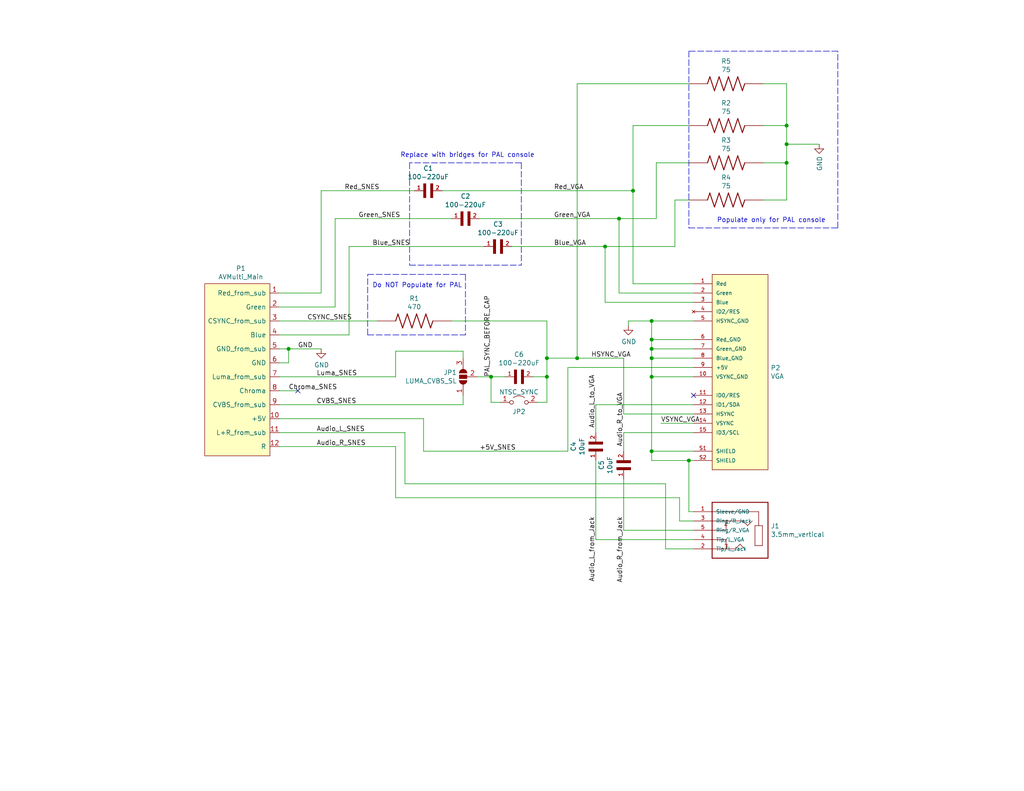
<source format=kicad_sch>
(kicad_sch (version 20211123) (generator eeschema)
  (paper "USLetter")
  (title_block (rev "1") (comment 1 "Designed for OSH Park 2 Layer Prototype"))
  (lib_symbols
    (symbol "Jumper:Jumper_2_Open" (pin_names (offset 0) hide)
      (property "Reference" "JP" (at 0 2.794 0))
      (property "Value" "Jumper_2_Open" (at 0 -2.286 0))
      (symbol "Jumper_2_Open_0_0"
        (circle (center -2.032 0) (radius 0.508))
        (circle (center 2.032 0) (radius 0.508))
      )
      (symbol "Jumper_2_Open_0_1"
        (arc (start 1.524 1.27) (mid 0 1.778) (end -1.524 1.27))
      )
      (symbol "Jumper_2_Open_1_1"
        (pin passive line (at -5.08 0 0) (length 2.54) (name "A") (number "1"))
        (pin passive line (at 5.08 0 180) (length 2.54) (name "B") (number "2"))
      )
    )
    (symbol "Jumper:SolderJumper_3_Open" (pin_names (offset 0) hide)
      (property "Reference" "JP" (at -2.54 -2.54 0))
      (property "Value" "SolderJumper_3_Open" (at 0 2.794 0))
      (symbol "SolderJumper_3_Open_0_1"
        (arc (start -1.016 1.016) (mid -2.032 0) (end -1.016 -1.016))
        (arc (start -1.016 1.016) (mid -2.032 0) (end -1.016 -1.016) (fill (type outline)))
        (rectangle (start -0.508 1.016) (end 0.508 -1.016) (fill (type outline)))
        (polyline (pts (xy -2.54 0) (xy -2.032 0)))
        (polyline (pts (xy -1.016 1.016) (xy -1.016 -1.016)))
        (polyline (pts (xy 0 -1.27) (xy 0 -1.016)))
        (polyline (pts (xy 1.016 1.016) (xy 1.016 -1.016)))
        (polyline (pts (xy 2.54 0) (xy 2.032 0)))
        (arc (start 1.016 -1.016) (mid 2.032 0) (end 1.016 1.016))
        (arc (start 1.016 -1.016) (mid 2.032 0) (end 1.016 1.016) (fill (type outline)))
      )
      (symbol "SolderJumper_3_Open_1_1"
        (pin passive line (at -5.08 0 0) (length 2.54) (name "A") (number "1"))
        (pin input line (at 0 -3.81 90) (length 2.54) (name "C") (number "2"))
        (pin passive line (at 5.08 0 180) (length 2.54) (name "B") (number "3"))
      )
    )
    (symbol "SNES2VGA-rescue:GND-power" (power) (pin_names (offset 0))
      (property "Value" "GND-power" (at 0 -3.81 0))
      (symbol "GND-power_0_1"
        (polyline (pts (xy 0 0) (xy 0 -1.27) (xy 1.27 -1.27) (xy 0 -2.54) (xy -1.27 -1.27) (xy 0 -1.27)))
      )
      (symbol "GND-power_1_1"
        (pin power_in line (at 0 0 270) (length 0) hide (name "GND") (number "1"))
      )
    )
    (symbol "SNES2VGA_Library:3.5mm_vertical" (pin_names (offset 1.016))
      (property "Reference" "J" (at -7.62 8.128 0))
      (property "Value" "3.5mm_vertical" (at -7.62 -10.414 0))
      (symbol "3.5mm_vertical_0_0"
        (polyline (pts (xy -7.62 -7.62) (xy -7.62 7.62)) (stroke (width 0.254)))
        (polyline (pts (xy -7.62 7.62) (xy 7.62 7.62)) (stroke (width 0.254)))
        (polyline (pts (xy -6.096 -4.191) (xy -6.096 1.27)) (stroke (width 0.1524)))
        (polyline (pts (xy -6.096 1.27) (xy -5.08 1.27)) (stroke (width 0.1524)))
        (polyline (pts (xy -5.08 1.27) (xy -4.064 1.27)) (stroke (width 0.1524)))
        (polyline (pts (xy -5.08 5.08) (xy -5.08 1.27)) (stroke (width 0.1524)))
        (polyline (pts (xy -4.064 -4.191) (xy -6.096 -4.191)) (stroke (width 0.1524)))
        (polyline (pts (xy -4.064 1.27) (xy -4.064 -4.191)) (stroke (width 0.1524)))
        (polyline (pts (xy -2.032 1.27) (xy -3.302 2.54)) (stroke (width 0.1524)))
        (polyline (pts (xy -0.762 2.54) (xy -2.032 1.27)) (stroke (width 0.1524)))
        (polyline (pts (xy 0 -3.81) (xy -1.27 -5.08)) (stroke (width 0.1524)))
        (polyline (pts (xy 1.27 -5.08) (xy 0 -3.81)) (stroke (width 0.1524)))
        (polyline (pts (xy 3.81 -5.08) (xy 1.27 -5.08)) (stroke (width 0.1524)))
        (polyline (pts (xy 3.81 -5.08) (xy 3.81 -2.54)) (stroke (width 0.1524)))
        (polyline (pts (xy 3.81 0) (xy 3.81 2.54)) (stroke (width 0.1524)))
        (polyline (pts (xy 3.81 2.54) (xy -0.762 2.54)) (stroke (width 0.1524)))
        (polyline (pts (xy 7.62 -7.62) (xy -7.62 -7.62)) (stroke (width 0.254)))
        (polyline (pts (xy 7.62 -5.08) (xy 3.81 -5.08)) (stroke (width 0.1524)))
        (polyline (pts (xy 7.62 -5.08) (xy 7.62 -7.62)) (stroke (width 0.254)))
        (polyline (pts (xy 7.62 -2.54) (xy 3.81 -2.54)) (stroke (width 0.1524)))
        (polyline (pts (xy 7.62 -2.54) (xy 7.62 -5.08)) (stroke (width 0.254)))
        (polyline (pts (xy 7.62 0) (xy 3.81 0)) (stroke (width 0.1524)))
        (polyline (pts (xy 7.62 0) (xy 7.62 -2.54)) (stroke (width 0.254)))
        (polyline (pts (xy 7.62 2.54) (xy 3.81 2.54)) (stroke (width 0.1524)))
        (polyline (pts (xy 7.62 2.54) (xy 7.62 0)) (stroke (width 0.254)))
        (polyline (pts (xy 7.62 5.08) (xy -5.08 5.08)) (stroke (width 0.1524)))
        (polyline (pts (xy 7.62 5.08) (xy 7.62 2.54)) (stroke (width 0.254)))
        (polyline (pts (xy 7.62 7.62) (xy 7.62 5.08)) (stroke (width 0.254)))
        (polyline (pts (xy 3.81 -5.08) (xy 3.5052 -3.81) (xy 4.1402 -3.81)) (stroke (width 0.1524)) (fill (type background)))
        (polyline (pts (xy 3.81 2.54) (xy 4.1402 1.27) (xy 3.5052 1.27)) (stroke (width 0.1524)) (fill (type background)))
        (pin passive line (at 12.7 5.08 180) (length 5.08) (name "Sleeve/GND") (number "1"))
        (pin passive line (at 12.7 -5.08 180) (length 5.08) (name "Tip/L_Jack") (number "2"))
        (pin passive line (at 12.7 2.54 180) (length 5.08) (name "Ring/R_Jack") (number "3"))
        (pin passive line (at 12.7 -2.54 180) (length 5.08) (name "Tip/L_VGA") (number "4"))
        (pin passive line (at 12.7 0 180) (length 5.08) (name "Ring/R_VGA") (number "5"))
      )
    )
    (symbol "SNES2VGA_Library:AVMulti_Main" (pin_names (offset 1.016))
      (property "Reference" "P" (at -13.97 11.43 0))
      (property "Value" "AVMulti_Main" (at 0 5.08 0))
      (symbol "AVMulti_Main_0_1"
        (rectangle (start -20.32 -1.27) (end -2.54 -48.26) (fill (type background)))
      )
      (symbol "AVMulti_Main_1_1"
        (pin output line (at 0 -3.81 180) (length 2.54) (name "Red_from_sub") (number "1"))
        (pin power_out line (at 0 -38.1 180) (length 2.54) (name "+5V") (number "10"))
        (pin output line (at 0 -41.91 180) (length 2.54) (name "L+R_from_sub") (number "11"))
        (pin output line (at 0 -45.72 180) (length 2.54) (name "R") (number "12"))
        (pin output line (at 0 -7.62 180) (length 2.54) (name "Green") (number "2"))
        (pin output line (at 0 -11.43 180) (length 2.54) (name "CSYNC_from_sub") (number "3"))
        (pin output line (at 0 -15.24 180) (length 2.54) (name "Blue") (number "4"))
        (pin power_out line (at 0 -19.05 180) (length 2.54) (name "GND_from_sub") (number "5"))
        (pin power_out line (at 0 -22.86 180) (length 2.54) (name "GND") (number "6"))
        (pin output line (at 0 -26.67 180) (length 2.54) (name "Luma_from_sub") (number "7"))
        (pin output line (at 0 -30.48 180) (length 2.54) (name "Chroma") (number "8"))
        (pin output line (at 0 -34.29 180) (length 2.54) (name "CVBS_from_sub") (number "9"))
      )
    )
    (symbol "SNES2VGA_Library:Cap_0603" (pin_names (offset 1.016) hide)
      (property "Reference" "C" (at 0 3.81 0))
      (property "Value" "Cap_0603" (at 0 -5.08 0))
      (symbol "Cap_0603_0_0"
        (rectangle (start 0 -1.905) (end 0.635 1.905) (fill (type outline)))
        (rectangle (start 1.905 -1.905) (end 2.54 1.905) (fill (type outline)))
        (pin passive line (at -2.54 0 0) (length 2.54) (name "~") (number "1"))
        (pin passive line (at 5.08 0 180) (length 2.54) (name "~") (number "2"))
      )
    )
    (symbol "SNES2VGA_Library:Cap_SMD_1206" (pin_names (offset 1.016) hide)
      (property "Reference" "C" (at 0 3.81 0))
      (property "Value" "Cap_SMD_1206" (at 0 -5.08 0))
      (symbol "Cap_SMD_1206_0_0"
        (rectangle (start 0 -1.905) (end 0.635 1.905) (fill (type outline)))
        (rectangle (start 1.905 -1.905) (end 2.54 1.905) (fill (type outline)))
        (pin passive line (at 5.08 0 180) (length 2.54) (name "~") (number "1"))
        (pin passive line (at -2.54 0 0) (length 2.54) (name "~") (number "2"))
      )
    )
    (symbol "SNES2VGA_Library:Resistor_0603" (pin_numbers hide) (pin_names (offset 1.016) hide)
      (property "Reference" "R" (at -7.62 2.54 0))
      (property "Value" "Resistor_0603" (at -7.62 -5.08 0))
      (symbol "Resistor_0603_0_0"
        (polyline (pts (xy -5.08 0) (xy -4.445 1.905)) (stroke (width 0.254)))
        (polyline (pts (xy -4.445 1.905) (xy -3.175 -1.905)) (stroke (width 0.254)))
        (polyline (pts (xy -3.175 -1.905) (xy -1.905 1.905)) (stroke (width 0.254)))
        (polyline (pts (xy -1.905 1.905) (xy -0.635 -1.905)) (stroke (width 0.254)))
        (polyline (pts (xy -0.635 -1.905) (xy 0.635 1.905)) (stroke (width 0.254)))
        (polyline (pts (xy 0.635 1.905) (xy 1.905 -1.905)) (stroke (width 0.254)))
        (polyline (pts (xy 1.905 -1.905) (xy 3.175 1.905)) (stroke (width 0.254)))
        (polyline (pts (xy 3.175 1.905) (xy 4.445 -1.905)) (stroke (width 0.254)))
        (polyline (pts (xy 4.445 -1.905) (xy 5.08 0)) (stroke (width 0.254)))
        (pin passive line (at -10.16 0 0) (length 5.08) (name "~") (number "1"))
        (pin passive line (at 10.16 0 180) (length 5.08) (name "~") (number "2"))
      )
    )
    (symbol "SNES2VGA_Library:VGA" (pin_names (offset 1.016))
      (property "Reference" "P" (at -7.62 26.67 0))
      (property "Value" "VGA" (at -8.89 -31.75 0))
      (symbol "VGA_0_0"
        (rectangle (start -7.62 -27.94) (end 7.62 25.4) (stroke (width 0.1524)) (fill (type background)))
        (pin passive line (at -12.7 22.86 0) (length 5.08) (name "Red") (number "1"))
        (pin passive line (at -12.7 -2.54 0) (length 5.08) (name "VSYNC_GND") (number "10"))
        (pin passive line (at -12.7 -7.62 0) (length 5.08) (name "ID0/RES") (number "11"))
        (pin passive line (at -12.7 -10.16 0) (length 5.08) (name "ID1/SDA") (number "12"))
        (pin passive line (at -12.7 -12.7 0) (length 5.08) (name "HSYNC") (number "13"))
        (pin passive line (at -12.7 -15.24 0) (length 5.08) (name "VSYNC") (number "14"))
        (pin passive line (at -12.7 -17.78 0) (length 5.08) (name "ID3/SCL") (number "15"))
        (pin passive line (at -12.7 20.32 0) (length 5.08) (name "Green") (number "2"))
        (pin passive line (at -12.7 17.78 0) (length 5.08) (name "Blue") (number "3"))
        (pin no_connect line (at -12.7 15.24 0) (length 5.08) (name "ID2/RES") (number "4"))
        (pin passive line (at -12.7 12.7 0) (length 5.08) (name "HSYNC_GND") (number "5"))
        (pin passive line (at -12.7 7.62 0) (length 5.08) (name "Red_GND") (number "6"))
        (pin passive line (at -12.7 5.08 0) (length 5.08) (name "Green_GND") (number "7"))
        (pin passive line (at -12.7 2.54 0) (length 5.08) (name "Blue_GND") (number "8"))
        (pin passive line (at -12.7 0 0) (length 5.08) (name "+5V") (number "9"))
        (pin passive line (at -12.7 -22.86 0) (length 5.08) (name "SHIELD") (number "S1"))
        (pin passive line (at -12.7 -25.4 0) (length 5.08) (name "SHIELD") (number "S2"))
      )
    )
  )
  (junction (at 78.74 95.25))
  (junction (at 177.8 95.25))
  (junction (at 149.225 102.87))
  (junction (at 214.63 34.29))
  (junction (at 172.72 52.07))
  (junction (at 187.96 125.73))
  (junction (at 149.225 97.79))
  (junction (at 214.63 44.45))
  (junction (at 157.48 97.79))
  (junction (at 177.8 87.63))
  (junction (at 177.8 123.19))
  (junction (at 168.91 59.69))
  (junction (at 177.8 92.71))
  (junction (at 177.8 102.87))
  (junction (at 165.1 67.31))
  (junction (at 214.63 39.37))
  (junction (at 177.8 97.79))
  (junction (at 133.985 102.87))
  (no_connect (at 81.28 106.68))
  (no_connect (at 189.23 107.95))
  (wire (pts (xy 177.8 102.87) (xy 177.8 123.19)))
  (wire (pts (xy 162.56 110.49) (xy 189.23 110.49)))
  (wire (pts (xy 157.48 97.79) (xy 170.18 97.79)))
  (wire (pts (xy 162.56 125.73) (xy 162.56 147.32)))
  (wire (pts (xy 208.28 44.45) (xy 214.63 44.45)))
  (wire (pts (xy 126.365 110.49) (xy 126.365 107.95)))
  (wire (pts (xy 181.61 132.08) (xy 181.61 149.86)))
  (wire (pts (xy 171.45 87.63) (xy 171.45 88.9)))
  (wire (pts (xy 165.1 82.55) (xy 189.23 82.55)))
  (wire (pts (xy 172.72 52.07) (xy 172.72 77.47)))
  (wire (pts (xy 76.2 102.87) (xy 107.95 102.87)))
  (wire (pts (xy 184.15 67.31) (xy 184.15 54.61)))
  (wire (pts (xy 181.61 149.86) (xy 189.23 149.86)))
  (polyline (pts (xy 100.33 91.44) (xy 100.33 74.93)))
  (wire (pts (xy 146.685 109.855) (xy 149.225 109.855)))
  (wire (pts (xy 149.225 109.855) (xy 149.225 102.87)))
  (wire (pts (xy 76.2 95.25) (xy 78.74 95.25)))
  (wire (pts (xy 76.2 91.44) (xy 95.25 91.44)))
  (wire (pts (xy 185.42 135.89) (xy 185.42 142.24)))
  (wire (pts (xy 184.15 54.61) (xy 187.96 54.61)))
  (polyline (pts (xy 187.96 13.97) (xy 187.96 62.23)))
  (wire (pts (xy 133.985 102.87) (xy 137.795 102.87)))
  (wire (pts (xy 214.63 39.37) (xy 214.63 44.45)))
  (wire (pts (xy 149.225 102.87) (xy 145.415 102.87)))
  (wire (pts (xy 76.2 80.01) (xy 87.63 80.01)))
  (wire (pts (xy 76.2 118.11) (xy 110.49 118.11)))
  (wire (pts (xy 187.96 125.73) (xy 177.8 125.73)))
  (wire (pts (xy 139.7 67.31) (xy 165.1 67.31)))
  (wire (pts (xy 208.28 54.61) (xy 214.63 54.61)))
  (wire (pts (xy 177.8 95.25) (xy 189.23 95.25)))
  (wire (pts (xy 177.8 125.73) (xy 177.8 123.19)))
  (wire (pts (xy 189.23 97.79) (xy 177.8 97.79)))
  (wire (pts (xy 168.91 59.69) (xy 179.07 59.69)))
  (polyline (pts (xy 228.6 13.97) (xy 187.96 13.97)))
  (wire (pts (xy 76.2 83.82) (xy 91.44 83.82)))
  (wire (pts (xy 78.74 95.25) (xy 87.63 95.25)))
  (wire (pts (xy 136.525 109.855) (xy 133.985 109.855)))
  (wire (pts (xy 133.985 109.855) (xy 133.985 102.87)))
  (wire (pts (xy 189.23 123.19) (xy 177.8 123.19)))
  (wire (pts (xy 130.81 59.69) (xy 168.91 59.69)))
  (polyline (pts (xy 111.76 44.45) (xy 111.76 72.39)))
  (wire (pts (xy 76.2 106.68) (xy 81.28 106.68)))
  (wire (pts (xy 110.49 118.11) (xy 110.49 132.08)))
  (wire (pts (xy 208.28 22.86) (xy 214.63 22.86)))
  (wire (pts (xy 76.2 110.49) (xy 126.365 110.49)))
  (wire (pts (xy 107.95 102.87) (xy 107.95 95.885)))
  (wire (pts (xy 107.95 95.885) (xy 126.365 95.885)))
  (wire (pts (xy 126.365 95.885) (xy 126.365 97.79)))
  (wire (pts (xy 172.72 77.47) (xy 189.23 77.47)))
  (wire (pts (xy 179.07 59.69) (xy 179.07 44.45)))
  (wire (pts (xy 115.57 123.19) (xy 154.94 123.19)))
  (wire (pts (xy 168.91 80.01) (xy 189.23 80.01)))
  (wire (pts (xy 170.18 118.11) (xy 189.23 118.11)))
  (wire (pts (xy 214.63 22.86) (xy 214.63 34.29)))
  (wire (pts (xy 95.25 91.44) (xy 95.25 67.31)))
  (wire (pts (xy 214.63 39.37) (xy 223.52 39.37)))
  (polyline (pts (xy 228.6 62.23) (xy 228.6 13.97)))
  (wire (pts (xy 154.94 100.33) (xy 189.23 100.33)))
  (wire (pts (xy 149.225 102.87) (xy 149.225 97.79)))
  (wire (pts (xy 177.8 87.63) (xy 171.45 87.63)))
  (wire (pts (xy 170.18 118.11) (xy 170.18 123.19)))
  (wire (pts (xy 110.49 132.08) (xy 181.61 132.08)))
  (wire (pts (xy 170.18 144.78) (xy 189.23 144.78)))
  (wire (pts (xy 189.23 102.87) (xy 177.8 102.87)))
  (wire (pts (xy 91.44 59.69) (xy 123.19 59.69)))
  (wire (pts (xy 189.23 115.57) (xy 180.34 115.57)))
  (wire (pts (xy 107.95 121.92) (xy 107.95 135.89)))
  (wire (pts (xy 177.8 87.63) (xy 189.23 87.63)))
  (wire (pts (xy 123.19 87.63) (xy 149.225 87.63)))
  (wire (pts (xy 87.63 80.01) (xy 87.63 52.07)))
  (polyline (pts (xy 100.33 91.44) (xy 127 91.44)))
  (wire (pts (xy 177.8 92.71) (xy 177.8 87.63)))
  (wire (pts (xy 162.56 110.49) (xy 162.56 118.11)))
  (polyline (pts (xy 142.24 44.45) (xy 111.76 44.45)))
  (wire (pts (xy 87.63 52.07) (xy 113.03 52.07)))
  (wire (pts (xy 170.18 113.03) (xy 189.23 113.03)))
  (wire (pts (xy 165.1 67.31) (xy 165.1 82.55)))
  (wire (pts (xy 76.2 114.3) (xy 115.57 114.3)))
  (polyline (pts (xy 100.33 74.93) (xy 127 74.93)))
  (wire (pts (xy 120.65 52.07) (xy 172.72 52.07)))
  (wire (pts (xy 115.57 114.3) (xy 115.57 123.19)))
  (wire (pts (xy 157.48 22.86) (xy 157.48 97.79)))
  (wire (pts (xy 189.23 139.7) (xy 187.96 139.7)))
  (wire (pts (xy 162.56 147.32) (xy 189.23 147.32)))
  (wire (pts (xy 154.94 123.19) (xy 154.94 100.33)))
  (wire (pts (xy 177.8 97.79) (xy 177.8 95.25)))
  (wire (pts (xy 208.28 34.29) (xy 214.63 34.29)))
  (wire (pts (xy 95.25 67.31) (xy 132.08 67.31)))
  (wire (pts (xy 165.1 67.31) (xy 184.15 67.31)))
  (wire (pts (xy 172.72 34.29) (xy 187.96 34.29)))
  (polyline (pts (xy 142.24 44.45) (xy 142.24 72.39)))
  (wire (pts (xy 76.2 87.63) (xy 102.87 87.63)))
  (wire (pts (xy 187.96 139.7) (xy 187.96 125.73)))
  (wire (pts (xy 172.72 52.07) (xy 172.72 34.29)))
  (polyline (pts (xy 187.96 62.23) (xy 228.6 62.23)))
  (wire (pts (xy 168.91 59.69) (xy 168.91 80.01)))
  (wire (pts (xy 185.42 142.24) (xy 189.23 142.24)))
  (wire (pts (xy 76.2 121.92) (xy 107.95 121.92)))
  (wire (pts (xy 170.18 97.79) (xy 170.18 113.03)))
  (wire (pts (xy 149.225 87.63) (xy 149.225 97.79)))
  (wire (pts (xy 177.8 102.87) (xy 177.8 97.79)))
  (wire (pts (xy 157.48 22.86) (xy 187.96 22.86)))
  (wire (pts (xy 177.8 92.71) (xy 177.8 95.25)))
  (wire (pts (xy 91.44 83.82) (xy 91.44 59.69)))
  (wire (pts (xy 133.985 102.87) (xy 130.175 102.87)))
  (polyline (pts (xy 111.76 72.39) (xy 142.24 72.39)))
  (wire (pts (xy 179.07 44.45) (xy 187.96 44.45)))
  (polyline (pts (xy 127 74.93) (xy 127 91.44)))
  (wire (pts (xy 189.23 92.71) (xy 177.8 92.71)))
  (wire (pts (xy 189.23 125.73) (xy 187.96 125.73)))
  (wire (pts (xy 214.63 54.61) (xy 214.63 44.45)))
  (wire (pts (xy 76.2 99.06) (xy 78.74 99.06)))
  (wire (pts (xy 107.95 135.89) (xy 185.42 135.89)))
  (wire (pts (xy 214.63 34.29) (xy 214.63 39.37)))
  (wire (pts (xy 170.18 130.81) (xy 170.18 144.78)))
  (wire (pts (xy 78.74 99.06) (xy 78.74 95.25)))
  (wire (pts (xy 149.225 97.79) (xy 157.48 97.79)))
  (text "Do NOT Populate for PAL" (at 101.6 78.74 0) (effects (font (size 1.27 1.27)) (justify left bottom)))
  (text "Replace with bridges for PAL console" (at 109.22 43.18 0) (effects (font (size 1.27 1.27)) (justify left bottom)))
  (text "Populate only for PAL console" (at 195.58 60.96 0) (effects (font (size 1.27 1.27)) (justify left bottom)))
  (label "PAL_SYNC_BEFORE_CAP" (at 133.985 102.87 90))
  (label "+5V_SNES" (at 130.81 123.19 0))
  (label "Audio_L_to_VGA" (at 162.56 116.84 90))
  (label "Red_SNES" (at 93.98 52.07 0))
  (label "Blue_SNES" (at 101.6 67.31 0))
  (label "Red_VGA" (at 151.13 52.07 0))
  (label "Audio_R_to_VGA" (at 170.18 121.92 90))
  (label "GND" (at 81.28 95.25 0))
  (label "Audio_L_from_Jack" (at 162.56 140.97 270))
  (label "Audio_R_from_Jack" (at 170.18 140.97 270))
  (label "CVBS_SNES" (at 86.36 110.49 0))
  (label "CSYNC_SNES" (at 83.82 87.63 0))
  (label "Audio_R_SNES" (at 86.36 121.92 0))
  (label "Luma_SNES" (at 86.36 102.87 0))
  (label "Blue_VGA" (at 151.13 67.31 0))
  (label "VSYNC_VGA" (at 180.34 115.57 0))
  (label "HSYNC_VGA" (at 161.29 97.79 0))
  (label "Chroma_SNES" (at 78.74 106.68 0))
  (label "Audio_L_SNES" (at 86.36 118.11 0))
  (label "Green_SNES" (at 97.79 59.69 0))
  (label "Green_VGA" (at 151.13 59.69 0))
  (symbol (lib_id "SNES2VGA_Library:AVMulti_Main") (at 76.2 76.2 0) (unit 1)
    (property "Reference" "P1" (at 65.7098 73.279 0))
    (property "Value" "AVMulti_Main" (at 65.7098 75.5904 0))
    (property "Footprint" "SNES2VGA_Library:AV_Multi_Main" (effects hide))
  )
  (symbol (lib_id "SNES2VGA_Library:VGA") (at 201.93 100.33 0) (unit 1)
    (property "Reference" "P2" (at 210.2612 100.4316 0) (effects (justify left)))
    (property "Value" "VGA" (at 210.2612 102.743 0) (effects (justify left)))
    (property "Footprint" "SNES2VGA_Library:VGA_female_rightangle_slim" (effects hide))
    (property "MANUFACTURER" "Amphenol" (effects hide))
    (property "MAXIMUM_PACKAGE_HEIGHT" "12.55mm" (effects hide))
    (property "STANDARD" "Manufacturer Recommendations" (effects hide))
    (property "PARTREV" "N/A" (effects hide))
  )
  (symbol (lib_id "SNES2VGA_Library:Cap_0603") (at 162.56 123.19 90) (unit 1)
    (property "Reference" "C4" (at 156.464 121.92 0))
    (property "Value" "10uF" (at 158.7754 121.92 0))
    (property "Footprint" "SNES2VGA_Library:Cap_SMD_0603" (effects hide))
  )
  (symbol (lib_id "SNES2VGA_Library:Cap_0603") (at 170.18 128.27 90) (unit 1)
    (property "Reference" "C5" (at 164.084 127 0))
    (property "Value" "10uF" (at 166.3954 127 0))
    (property "Footprint" "SNES2VGA_Library:Cap_SMD_0603" (effects hide))
  )
  (symbol (lib_id "SNES2VGA_Library:Resistor_0603") (at 113.03 87.63 0) (unit 1)
    (property "Reference" "R1" (at 113.03 81.4832 0))
    (property "Value" "470" (at 113.03 83.7946 0))
    (property "Footprint" "SNES2VGA_Library:Resistor_SMD_0603" (effects hide))
  )
  (symbol (lib_id "SNES2VGA_Library:3.5mm_vertical") (at 201.93 144.78 0) (mirror y) (unit 1)
    (property "Reference" "J1" (at 210.312 143.6116 0) (effects (justify right)))
    (property "Value" "3.5mm_vertical" (at 210.312 145.923 0) (effects (justify right)))
    (property "Footprint" "SNES2VGA_Library:3.5mm_vertical" (effects hide))
    (property "STANDARD" "Manufacturer recommendation" (effects hide))
    (property "PARTREV" "1.01" (effects hide))
    (property "MANUFACTURER" "CUI" (effects hide))
  )
  (symbol (lib_id "SNES2VGA-rescue:GND-power") (at 87.63 95.25 0) (unit 1)
    (property "Reference" "#PWR0103" (effects hide))
    (property "Value" "GND" (at 87.757 99.6442 0))
  )
  (symbol (lib_id "SNES2VGA_Library:Cap_SMD_1206") (at 118.11 52.07 0) (mirror y) (unit 1)
    (property "Reference" "C1" (at 116.84 45.974 0))
    (property "Value" "100-220uF" (at 116.84 48.2854 0))
    (property "Footprint" "SNES2VGA_Library:Cap_SMD_1206" (effects hide))
  )
  (symbol (lib_id "SNES2VGA_Library:Cap_SMD_1206") (at 128.27 59.69 0) (mirror y) (unit 1)
    (property "Reference" "C2" (at 127 53.594 0))
    (property "Value" "100-220uF" (at 127 55.9054 0))
    (property "Footprint" "SNES2VGA_Library:Cap_SMD_1206" (effects hide))
  )
  (symbol (lib_id "SNES2VGA_Library:Cap_SMD_1206") (at 137.16 67.31 0) (mirror y) (unit 1)
    (property "Reference" "C3" (at 135.89 61.214 0))
    (property "Value" "100-220uF" (at 135.89 63.5254 0))
    (property "Footprint" "SNES2VGA_Library:Cap_SMD_1206" (effects hide))
  )
  (symbol (lib_id "SNES2VGA-rescue:GND-power") (at 223.52 39.37 0) (unit 1)
    (property "Reference" "#PWR0101" (effects hide))
    (property "Value" "GND" (at 223.647 42.6212 90) (effects (justify right)))
  )
  (symbol (lib_id "SNES2VGA_Library:Resistor_0603") (at 198.12 54.61 0) (unit 1)
    (property "Reference" "R4" (at 198.12 48.4632 0))
    (property "Value" "75" (at 198.12 50.7746 0))
    (property "Footprint" "SNES2VGA_Library:Resistor_SMD_0603" (effects hide))
  )
  (symbol (lib_id "SNES2VGA_Library:Resistor_0603") (at 198.12 34.29 0) (unit 1)
    (property "Reference" "R2" (at 198.12 28.1432 0))
    (property "Value" "75" (at 198.12 30.4546 0))
    (property "Footprint" "SNES2VGA_Library:Resistor_SMD_0603" (effects hide))
  )
  (symbol (lib_id "SNES2VGA_Library:Resistor_0603") (at 198.12 44.45 0) (unit 1)
    (property "Reference" "R3" (at 198.12 38.3032 0))
    (property "Value" "75" (at 198.12 40.6146 0))
    (property "Footprint" "SNES2VGA_Library:Resistor_SMD_0603" (effects hide))
  )
  (symbol (lib_id "SNES2VGA_Library:Resistor_0603") (at 198.12 22.86 0) (unit 1)
    (property "Reference" "R5" (at 198.12 16.7132 0))
    (property "Value" "75" (at 198.12 19.0246 0))
    (property "Footprint" "SNES2VGA_Library:Resistor_SMD_0603" (effects hide))
  )
  (symbol (lib_id "Jumper:SolderJumper_3_Open") (at 126.365 102.87 90) (unit 1)
    (property "Reference" "JP1" (at 124.6632 101.7016 90) (effects (justify left)))
    (property "Value" "LUMA_CVBS_SL" (at 124.6632 104.013 90) (effects (justify left)))
    (property "Footprint" "SNES2VGA_Library:SolderJumper-3_P1.3mm_Open_RoundedPad1.0x1.5mm" (effects hide))
  )
  (symbol (lib_id "SNES2VGA-rescue:GND-power") (at 171.45 88.9 0) (unit 1)
    (property "Reference" "#PWR0102" (effects hide))
    (property "Value" "GND" (at 171.577 93.2942 0))
  )
  (symbol (lib_id "SNES2VGA_Library:Cap_SMD_1206") (at 142.875 102.87 0) (mirror y) (unit 1)
    (property "Reference" "C6" (at 141.605 96.774 0))
    (property "Value" "100-220uF" (at 141.605 99.0854 0))
    (property "Footprint" "SNES2VGA_Library:Cap_SMD_1206" (effects hide))
  )
  (symbol (lib_id "Jumper:Jumper_2_Open") (at 141.605 109.855 0) (unit 1)
    (property "Reference" "JP2" (at 141.605 112.395 0))
    (property "Value" "NTSC_SYNC" (at 141.605 107.0411 0))
    (property "Footprint" "Jumper:SolderJumper-2_P1.3mm_Open_RoundedPad1.0x1.5mm" (effects hide))
  )
)
</source>
